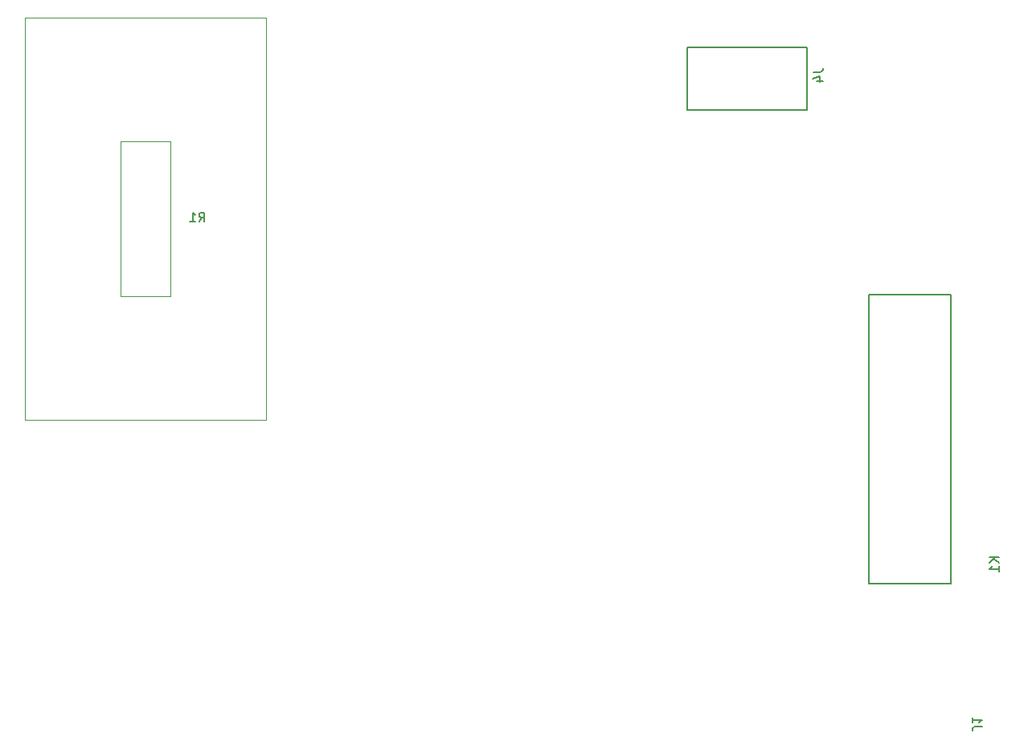
<source format=gbo>
G04 #@! TF.GenerationSoftware,KiCad,Pcbnew,5.0.2-bee76a0~70~ubuntu18.04.1*
G04 #@! TF.CreationDate,2019-04-30T11:13:38-04:00*
G04 #@! TF.ProjectId,AIR_Mount_Minus,4149525f-4d6f-4756-9e74-5f4d696e7573,rev?*
G04 #@! TF.SameCoordinates,Original*
G04 #@! TF.FileFunction,Legend,Bot*
G04 #@! TF.FilePolarity,Positive*
%FSLAX46Y46*%
G04 Gerber Fmt 4.6, Leading zero omitted, Abs format (unit mm)*
G04 Created by KiCad (PCBNEW 5.0.2-bee76a0~70~ubuntu18.04.1) date Tue 30 Apr 2019 11:13:38 AM EDT*
%MOMM*%
%LPD*%
G01*
G04 APERTURE LIST*
%ADD10C,0.150000*%
%ADD11C,0.120000*%
G04 APERTURE END LIST*
D10*
G04 #@! TO.C,J4*
X182300000Y-55195000D02*
X194900000Y-55195000D01*
X194900000Y-61845000D02*
X182300000Y-61845000D01*
X194897400Y-61847400D02*
X194897400Y-55192600D01*
X182273600Y-61847400D02*
X182273600Y-55192600D01*
G04 #@! TO.C,K1*
X210058000Y-111760000D02*
X210058000Y-81280000D01*
X210058000Y-81280000D02*
X201422000Y-81280000D01*
X201422000Y-81280000D02*
X201422000Y-111760000D01*
X201422000Y-111760000D02*
X210058000Y-111760000D01*
D11*
G04 #@! TO.C,R1*
X127800000Y-81480000D02*
X127800000Y-65180000D01*
X137900000Y-94530000D02*
X137900000Y-52130000D01*
X127800000Y-81480000D02*
X122600000Y-81480000D01*
X127800000Y-65180000D02*
X122600000Y-65180000D01*
X122600000Y-81480000D02*
X122600000Y-65180000D01*
X112500000Y-94530000D02*
X112500000Y-52130000D01*
X112500000Y-52130000D02*
X137900000Y-52130000D01*
X112500000Y-94530000D02*
X137900000Y-94530000D01*
G04 #@! TO.C,J1*
D10*
X213299619Y-126893333D02*
X212585333Y-126893333D01*
X212442476Y-126940952D01*
X212347238Y-127036190D01*
X212299619Y-127179047D01*
X212299619Y-127274285D01*
X212299619Y-125893333D02*
X212299619Y-126464761D01*
X212299619Y-126179047D02*
X213299619Y-126179047D01*
X213156761Y-126274285D01*
X213061523Y-126369523D01*
X213013904Y-126464761D01*
G04 #@! TO.C,J4*
X195543580Y-57856466D02*
X196257866Y-57856466D01*
X196400723Y-57808847D01*
X196495961Y-57713609D01*
X196543580Y-57570752D01*
X196543580Y-57475514D01*
X195876914Y-58761228D02*
X196543580Y-58761228D01*
X195495961Y-58523133D02*
X196210247Y-58285038D01*
X196210247Y-58904085D01*
G04 #@! TO.C,K1*
X215082380Y-108989904D02*
X214082380Y-108989904D01*
X215082380Y-109561333D02*
X214510952Y-109132761D01*
X214082380Y-109561333D02*
X214653809Y-108989904D01*
X215082380Y-110513714D02*
X215082380Y-109942285D01*
X215082380Y-110228000D02*
X214082380Y-110228000D01*
X214225238Y-110132761D01*
X214320476Y-110037523D01*
X214368095Y-109942285D01*
G04 #@! TO.C,R1*
X130827666Y-73644380D02*
X131161000Y-73168190D01*
X131399095Y-73644380D02*
X131399095Y-72644380D01*
X131018142Y-72644380D01*
X130922904Y-72692000D01*
X130875285Y-72739619D01*
X130827666Y-72834857D01*
X130827666Y-72977714D01*
X130875285Y-73072952D01*
X130922904Y-73120571D01*
X131018142Y-73168190D01*
X131399095Y-73168190D01*
X129875285Y-73644380D02*
X130446714Y-73644380D01*
X130161000Y-73644380D02*
X130161000Y-72644380D01*
X130256238Y-72787238D01*
X130351476Y-72882476D01*
X130446714Y-72930095D01*
G04 #@! TD*
M02*

</source>
